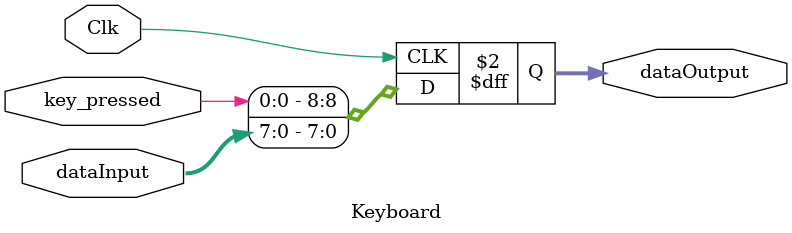
<source format=v>

module Keyboard(
    input Clk, 
	 input [7:0] dataInput,
	 input key_pressed,
	 output reg [8:0] dataOutput
);

//keyboard interface connections.
//reg [8:0]data;
//reg extended;
reg [7:0] prev_dataInput;
reg [15:0] prev_curr_dataInput;
//reg key_pressed;

//keyboard protocol
always @(posedge Clk) begin
	dataOutput = {key_pressed,dataInput};
end


endmodule
//*/
</source>
